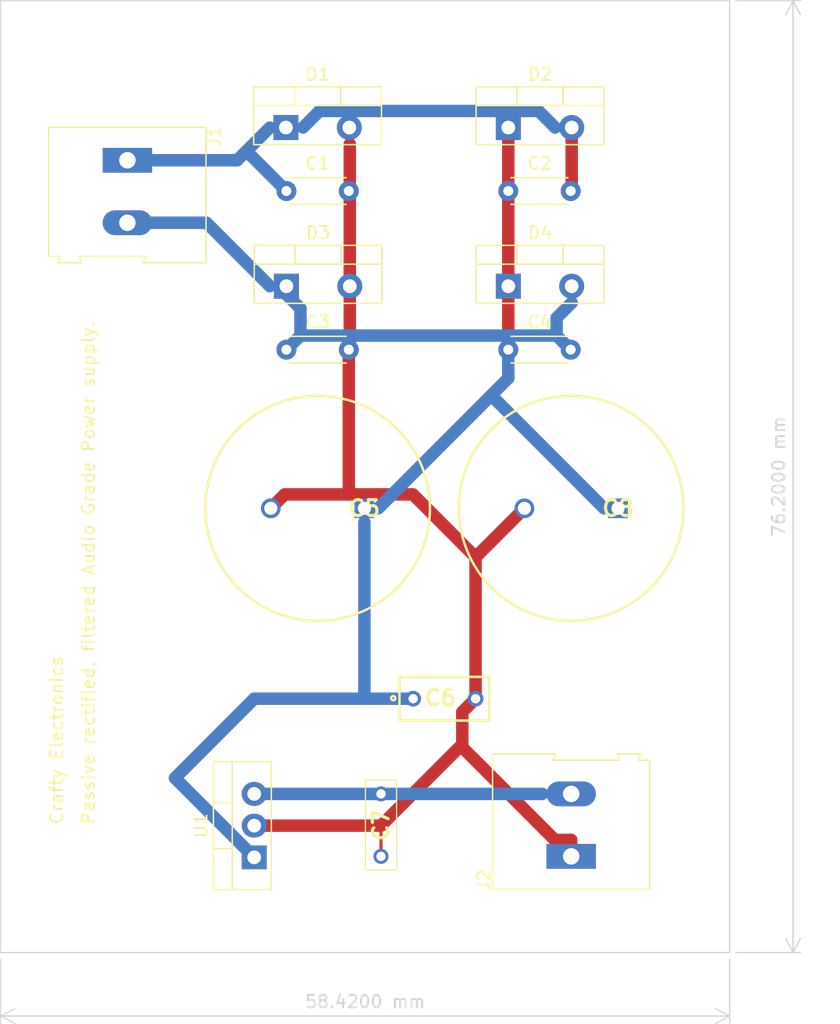
<source format=kicad_pcb>
(kicad_pcb (version 20221018) (generator pcbnew)
  (layers (0 "F.Cu" signal) (31 "B.Cu" signal) (34 "B.Paste" user) (35 "F.Paste" user) (36 "B.SilkS" user "B.Silkscreen") (37 "F.SilkS" user "F.Silkscreen") (38 "B.Mask" user) (39 "F.Mask" user) (44 "Edge.Cuts" user))
  (net 0 "")
  (net 1 "Net-(D3-K)")
  (footprint "Package_TO_SOT_THT:TO-220-2_Vertical" (layer "F.Cu") (at 76.24 35.56)
    (fp_text reference "D2" (at 2.54 -4.27) (layer "F.SilkS"))
    (fp_text value "BYV79-100")
    (fp_line (start -2.58 -3.27) (end -2.58 1.371) (stroke (width 0.12)) (layer "F.SilkS"))
    (fp_line (start -2.58 -3.27) (end 7.66 -3.27) (stroke (width 0.12)) (layer "F.SilkS"))
    (fp_line (start -2.58 -1.76) (end 7.66 -1.76) (stroke (width 0.12)) (layer "F.SilkS"))
    (fp_line (start -2.58 1.371) (end 7.66 1.371) (stroke (width 0.12)) (layer "F.SilkS"))
    (fp_line (start 0.69 -3.27) (end 0.69 -1.76) (stroke (width 0.12)) (layer "F.SilkS"))
    (fp_line (start 4.391 -3.27) (end 4.391 -1.76) (stroke (width 0.12)) (layer "F.SilkS"))
    (fp_line (start 7.66 -3.27) (end 7.66 1.371) (stroke (width 0.12)) (layer "F.SilkS"))
    (pad "1" thru_hole rect (at 0 0) (size 2 2) (drill 1.1) (layers "*.Cu" "*.Mask") (net 1 "Net-(D3-K)"))
    (pad "2" thru_hole oval (at 5.08 0) (size 2 2) (drill 1.1) (layers "*.Cu" "*.Mask") (net 1 "Net-(D3-K)"))
  )
  (footprint "Capacitor_THT:C_Disc_D4.3mm_W1.9mm_P5.00mm" (layer "F.Cu") (at 76.24 40.64)
    (fp_text reference "C2" (at 2.5 -2.2) (layer "F.SilkS"))
    (fp_text value "C")
    (fp_line (start 0.23 -1.07) (end 0.23 -1.055) (stroke (width 0.12)) (layer "F.SilkS"))
    (fp_line (start 0.23 -1.07) (end 4.77 -1.07) (stroke (width 0.12)) (layer "F.SilkS"))
    (fp_line (start 0.23 1.055) (end 0.23 1.07) (stroke (width 0.12)) (layer "F.SilkS"))
    (fp_line (start 0.23 1.07) (end 4.77 1.07) (stroke (width 0.12)) (layer "F.SilkS"))
    (fp_line (start 4.77 -1.07) (end 4.77 -1.055) (stroke (width 0.12)) (layer "F.SilkS"))
    (fp_line (start 4.77 1.055) (end 4.77 1.07) (stroke (width 0.12)) (layer "F.SilkS"))
    (pad "1" thru_hole circle (at 0 0) (size 1.6 1.6) (drill 0.8) (layers "*.Cu" "*.Mask") (net 1 "Net-(D3-K)"))
    (pad "2" thru_hole circle (at 5 0) (size 1.6 1.6) (drill 0.8) (layers "*.Cu" "*.Mask") (net 1 "Net-(D3-K)"))
  )
  (footprint "SamacSys_Parts:R82DC3220DQ60J" (layer "F.Cu") (at 66.04 88.9 -90)
    (fp_text reference "C7" (at 2.5 0 90) (layer "F.SilkS") (effects (font (size 1.27 1.27) (thickness 0.254))))
    (fp_text value "C" hide)
    (fp_line (start -1.1 -1.25) (end 6.1 -1.25) (stroke (width 0.1)) (layer "F.SilkS"))
    (fp_line (start -1.1 1.25) (end -1.1 -1.25) (stroke (width 0.1)) (layer "F.SilkS"))
    (fp_line (start 6.1 -1.25) (end 6.1 1.25) (stroke (width 0.1)) (layer "F.SilkS"))
    (fp_line (start 6.1 1.25) (end -1.1 1.25) (stroke (width 0.1)) (layer "F.SilkS"))
    (pad "1" thru_hole circle (at 0 0 270) (size 1.2 1.2) (drill 0.75) (layers "*.Cu" "*.Mask") (net 1 "Net-(D3-K)"))
    (pad "2" thru_hole circle (at 5 0 270) (size 1.2 1.2) (drill 0.75) (layers "*.Cu" "*.Mask") (net 1 "Net-(D3-K)"))
  )
  (footprint "Package_TO_SOT_THT:TO-220-2_Vertical" (layer "F.Cu") (at 76.24 48.26)
    (fp_text reference "D4" (at 2.54 -4.27) (layer "F.SilkS"))
    (fp_text value "BYV79-100")
    (fp_line (start -2.58 -3.27) (end -2.58 1.371) (stroke (width 0.12)) (layer "F.SilkS"))
    (fp_line (start -2.58 -3.27) (end 7.66 -3.27) (stroke (width 0.12)) (layer "F.SilkS"))
    (fp_line (start -2.58 -1.76) (end 7.66 -1.76) (stroke (width 0.12)) (layer "F.SilkS"))
    (fp_line (start -2.58 1.371) (end 7.66 1.371) (stroke (width 0.12)) (layer "F.SilkS"))
    (fp_line (start 0.69 -3.27) (end 0.69 -1.76) (stroke (width 0.12)) (layer "F.SilkS"))
    (fp_line (start 4.391 -3.27) (end 4.391 -1.76) (stroke (width 0.12)) (layer "F.SilkS"))
    (fp_line (start 7.66 -3.27) (end 7.66 1.371) (stroke (width 0.12)) (layer "F.SilkS"))
    (pad "1" thru_hole rect (at 0 0) (size 2 2) (drill 1.1) (layers "*.Cu" "*.Mask") (net 1 "Net-(D3-K)"))
    (pad "2" thru_hole oval (at 5.08 0) (size 2 2) (drill 1.1) (layers "*.Cu" "*.Mask") (net 1 "Net-(D3-K)"))
  )
  (footprint "TerminalBlock:TerminalBlock_Altech_AK300-2_P5.00mm" (layer "F.Cu") (at 45.72 38.18 -90)
    (fp_text reference "J1" (at -1.92 -6.99 90) (layer "F.SilkS"))
    (fp_text value "Screw_Terminal_01x02")
    (fp_line (start -2.65 -6.3) (end -2.65 6.3) (stroke (width 0.12)) (layer "F.SilkS"))
    (fp_line (start -2.65 6.3) (end 7.7 6.3) (stroke (width 0.12)) (layer "F.SilkS"))
    (fp_line (start 7.7 -1.5) (end 8.2 -1.2) (stroke (width 0.12)) (layer "F.SilkS"))
    (fp_line (start 7.7 3.9) (end 7.7 -1.5) (stroke (width 0.12)) (layer "F.SilkS"))
    (fp_line (start 7.7 5.35) (end 8.2 5.6) (stroke (width 0.12)) (layer "F.SilkS"))
    (fp_line (start 7.7 6.3) (end 7.7 5.35) (stroke (width 0.12)) (layer "F.SilkS"))
    (fp_line (start 8.2 -6.3) (end -2.65 -6.3) (stroke (width 0.12)) (layer "F.SilkS"))
    (fp_line (start 8.2 -1.2) (end 8.2 -6.3) (stroke (width 0.12)) (layer "F.SilkS"))
    (fp_line (start 8.2 3.65) (end 7.7 3.9) (stroke (width 0.12)) (layer "F.SilkS"))
    (fp_line (start 8.2 3.7) (end 8.2 3.65) (stroke (width 0.12)) (layer "F.SilkS"))
    (fp_line (start 8.2 5.6) (end 8.2 3.7) (stroke (width 0.12)) (layer "F.SilkS"))
    (pad "1" thru_hole rect (at 0 0 270) (size 1.98 3.96) (drill 1.32) (layers "*.Cu" "*.Mask") (net 1 "Net-(D3-K)"))
    (pad "2" thru_hole oval (at 5 0 270) (size 1.98 3.96) (drill 1.32) (layers "*.Cu" "*.Mask") (net 1 "Net-(D3-K)"))
  )
  (footprint "Package_TO_SOT_THT:TO-220-2_Vertical" (layer "F.Cu") (at 58.42 35.56)
    (fp_text reference "D1" (at 2.54 -4.27) (layer "F.SilkS"))
    (fp_text value "BYV79-100")
    (fp_line (start -2.58 -3.27) (end -2.58 1.371) (stroke (width 0.12)) (layer "F.SilkS"))
    (fp_line (start -2.58 -3.27) (end 7.66 -3.27) (stroke (width 0.12)) (layer "F.SilkS"))
    (fp_line (start -2.58 -1.76) (end 7.66 -1.76) (stroke (width 0.12)) (layer "F.SilkS"))
    (fp_line (start -2.58 1.371) (end 7.66 1.371) (stroke (width 0.12)) (layer "F.SilkS"))
    (fp_line (start 0.69 -3.27) (end 0.69 -1.76) (stroke (width 0.12)) (layer "F.SilkS"))
    (fp_line (start 4.391 -3.27) (end 4.391 -1.76) (stroke (width 0.12)) (layer "F.SilkS"))
    (fp_line (start 7.66 -3.27) (end 7.66 1.371) (stroke (width 0.12)) (layer "F.SilkS"))
    (pad "1" thru_hole rect (at 0 0) (size 2 2) (drill 1.1) (layers "*.Cu" "*.Mask") (net 1 "Net-(D3-K)"))
    (pad "2" thru_hole oval (at 5.08 0) (size 2 2) (drill 1.1) (layers "*.Cu" "*.Mask") (net 1 "Net-(D3-K)"))
  )
  (footprint "Package_TO_SOT_THT:TO-220-3_Vertical" (layer "F.Cu") (at 55.88 93.98 90)
    (fp_text reference "U1" (at 2.54 -4.27 90) (layer "F.SilkS"))
    (fp_text value "LM7812_TO220")
    (fp_line (start -2.58 -3.27) (end -2.58 1.371) (stroke (width 0.12)) (layer "F.SilkS"))
    (fp_line (start -2.58 -3.27) (end 7.66 -3.27) (stroke (width 0.12)) (layer "F.SilkS"))
    (fp_line (start -2.58 -1.76) (end 7.66 -1.76) (stroke (width 0.12)) (layer "F.SilkS"))
    (fp_line (start -2.58 1.371) (end 7.66 1.371) (stroke (width 0.12)) (layer "F.SilkS"))
    (fp_line (start 0.69 -3.27) (end 0.69 -1.76) (stroke (width 0.12)) (layer "F.SilkS"))
    (fp_line (start 4.391 -3.27) (end 4.391 -1.76) (stroke (width 0.12)) (layer "F.SilkS"))
    (fp_line (start 7.66 -3.27) (end 7.66 1.371) (stroke (width 0.12)) (layer "F.SilkS"))
    (pad "1" thru_hole rect (at 0 0 90) (size 1.905 2) (drill 1.1) (layers "*.Cu" "*.Mask") (net 1 "Net-(D3-K)"))
    (pad "2" thru_hole oval (at 2.54 0 90) (size 1.905 2) (drill 1.1) (layers "*.Cu" "*.Mask") (net 1 "Net-(D3-K)"))
    (pad "3" thru_hole oval (at 5.08 0 90) (size 1.905 2) (drill 1.1) (layers "*.Cu" "*.Mask") (net 1 "Net-(D3-K)"))
  )
  (footprint "Capacitor_THT:C_Disc_D4.3mm_W1.9mm_P5.00mm" (layer "F.Cu") (at 76.24 53.34)
    (fp_text reference "C4" (at 2.5 -2.2) (layer "F.SilkS"))
    (fp_text value "C")
    (fp_line (start 0.23 -1.07) (end 0.23 -1.055) (stroke (width 0.12)) (layer "F.SilkS"))
    (fp_line (start 0.23 -1.07) (end 4.77 -1.07) (stroke (width 0.12)) (layer "F.SilkS"))
    (fp_line (start 0.23 1.055) (end 0.23 1.07) (stroke (width 0.12)) (layer "F.SilkS"))
    (fp_line (start 0.23 1.07) (end 4.77 1.07) (stroke (width 0.12)) (layer "F.SilkS"))
    (fp_line (start 4.77 -1.07) (end 4.77 -1.055) (stroke (width 0.12)) (layer "F.SilkS"))
    (fp_line (start 4.77 1.055) (end 4.77 1.07) (stroke (width 0.12)) (layer "F.SilkS"))
    (pad "1" thru_hole circle (at 0 0) (size 1.6 1.6) (drill 0.8) (layers "*.Cu" "*.Mask") (net 1 "Net-(D3-K)"))
    (pad "2" thru_hole circle (at 5 0) (size 1.6 1.6) (drill 0.8) (layers "*.Cu" "*.Mask") (net 1 "Net-(D3-K)"))
  )
  (footprint "Package_TO_SOT_THT:TO-220-2_Vertical" (layer "F.Cu") (at 58.46 48.26)
    (fp_text reference "D3" (at 2.54 -4.27) (layer "F.SilkS"))
    (fp_text value "BYV79-100")
    (fp_line (start -2.58 -3.27) (end -2.58 1.371) (stroke (width 0.12)) (layer "F.SilkS"))
    (fp_line (start -2.58 -3.27) (end 7.66 -3.27) (stroke (width 0.12)) (layer "F.SilkS"))
    (fp_line (start -2.58 -1.76) (end 7.66 -1.76) (stroke (width 0.12)) (layer "F.SilkS"))
    (fp_line (start -2.58 1.371) (end 7.66 1.371) (stroke (width 0.12)) (layer "F.SilkS"))
    (fp_line (start 0.69 -3.27) (end 0.69 -1.76) (stroke (width 0.12)) (layer "F.SilkS"))
    (fp_line (start 4.391 -3.27) (end 4.391 -1.76) (stroke (width 0.12)) (layer "F.SilkS"))
    (fp_line (start 7.66 -3.27) (end 7.66 1.371) (stroke (width 0.12)) (layer "F.SilkS"))
    (pad "1" thru_hole rect (at 0 0) (size 2 2) (drill 1.1) (layers "*.Cu" "*.Mask") (net 1 "Net-(D3-K)"))
    (pad "2" thru_hole oval (at 5.08 0) (size 2 2) (drill 1.1) (layers "*.Cu" "*.Mask") (net 1 "Net-(D3-K)"))
  )
  (footprint "Library:CAPPRD750W85D1800H3750" (layer "F.Cu") (at 85.03 66.04 180)
    (fp_text reference "C8" (at 0 0) (layer "F.SilkS") (effects (font (size 1.27 1.27) (thickness 0.254))))
    (fp_text value "10000uF 25v" hide)
    (fp_circle (center 3.75 0) (end 3.75 9) (stroke (width 0.2)) (fill none) (layer "F.SilkS"))
    (pad "1" thru_hole rect (at 0 0 180) (size 1.575 1.575) (drill 1.05) (layers "*.Cu" "*.Mask") (net 1 "Net-(D3-K)"))
    (pad "2" thru_hole circle (at 7.5 0 180) (size 1.575 1.575) (drill 1.05) (layers "*.Cu" "*.Mask") (net 1 "Net-(D3-K)"))
  )
  (footprint "SamacSys_Parts:R82_7.2X3.5_" (layer "F.Cu") (at 71.12 81.28)
    (fp_text reference "C6" (at -0.323 -0.067) (layer "F.SilkS") (effects (font (size 1.27 1.27) (thickness 0.254))))
    (fp_text value "C" hide)
    (fp_line (start -3.6 -1.75) (end 3.6 -1.75) (stroke (width 0.2)) (layer "F.SilkS"))
    (fp_line (start -3.6 1.75) (end -3.6 -1.75) (stroke (width 0.2)) (layer "F.SilkS"))
    (fp_line (start 3.6 -1.75) (end 3.6 1.75) (stroke (width 0.2)) (layer "F.SilkS"))
    (fp_line (start 3.6 1.75) (end -3.6 1.75) (stroke (width 0.2)) (layer "F.SilkS"))
    (fp_circle (center -4.098 -0.042) (end -4.098 0.025) (stroke (width 0.2)) (fill none) (layer "F.SilkS"))
    (pad "1" thru_hole circle (at -2.5 0) (size 1.25 1.25) (drill 0.75) (layers "*.Cu" "*.Mask") (net 1 "Net-(D3-K)"))
    (pad "2" thru_hole circle (at 2.5 0) (size 1.25 1.25) (drill 0.75) (layers "*.Cu" "*.Mask") (net 1 "Net-(D3-K)"))
  )
  (footprint "Capacitor_THT:C_Disc_D4.3mm_W1.9mm_P5.00mm" (layer "F.Cu") (at 58.46 53.34)
    (fp_text reference "C3" (at 2.5 -2.2) (layer "F.SilkS"))
    (fp_text value "C")
    (fp_line (start 0.23 -1.07) (end 0.23 -1.055) (stroke (width 0.12)) (layer "F.SilkS"))
    (fp_line (start 0.23 -1.07) (end 4.77 -1.07) (stroke (width 0.12)) (layer "F.SilkS"))
    (fp_line (start 0.23 1.055) (end 0.23 1.07) (stroke (width 0.12)) (layer "F.SilkS"))
    (fp_line (start 0.23 1.07) (end 4.77 1.07) (stroke (width 0.12)) (layer "F.SilkS"))
    (fp_line (start 4.77 -1.07) (end 4.77 -1.055) (stroke (width 0.12)) (layer "F.SilkS"))
    (fp_line (start 4.77 1.055) (end 4.77 1.07) (stroke (width 0.12)) (layer "F.SilkS"))
    (pad "1" thru_hole circle (at 0 0) (size 1.6 1.6) (drill 0.8) (layers "*.Cu" "*.Mask") (net 1 "Net-(D3-K)"))
    (pad "2" thru_hole circle (at 5 0) (size 1.6 1.6) (drill 0.8) (layers "*.Cu" "*.Mask") (net 1 "Net-(D3-K)"))
  )
  (footprint "Library:CAPPRD750W85D1800H3750" (layer "F.Cu") (at 64.71 66.04 180)
    (fp_text reference "C5" (at 0 0) (layer "F.SilkS") (effects (font (size 1.27 1.27) (thickness 0.254))))
    (fp_text value "10000uF 25v" hide)
    (fp_circle (center 3.75 0) (end 3.75 9) (stroke (width 0.2)) (fill none) (layer "F.SilkS"))
    (pad "1" thru_hole rect (at 0 0 180) (size 1.575 1.575) (drill 1.05) (layers "*.Cu" "*.Mask") (net 1 "Net-(D3-K)"))
    (pad "2" thru_hole circle (at 7.5 0 180) (size 1.575 1.575) (drill 1.05) (layers "*.Cu" "*.Mask") (net 1 "Net-(D3-K)"))
  )
  (footprint "Capacitor_THT:C_Disc_D4.3mm_W1.9mm_P5.00mm" (layer "F.Cu") (at 58.46 40.64)
    (fp_text reference "C1" (at 2.5 -2.2) (layer "F.SilkS"))
    (fp_text value "C")
    (fp_line (start 0.23 -1.07) (end 0.23 -1.055) (stroke (width 0.12)) (layer "F.SilkS"))
    (fp_line (start 0.23 -1.07) (end 4.77 -1.07) (stroke (width 0.12)) (layer "F.SilkS"))
    (fp_line (start 0.23 1.055) (end 0.23 1.07) (stroke (width 0.12)) (layer "F.SilkS"))
    (fp_line (start 0.23 1.07) (end 4.77 1.07) (stroke (width 0.12)) (layer "F.SilkS"))
    (fp_line (start 4.77 -1.07) (end 4.77 -1.055) (stroke (width 0.12)) (layer "F.SilkS"))
    (fp_line (start 4.77 1.055) (end 4.77 1.07) (stroke (width 0.12)) (layer "F.SilkS"))
    (pad "1" thru_hole circle (at 0 0) (size 1.6 1.6) (drill 0.8) (layers "*.Cu" "*.Mask") (net 1 "Net-(D3-K)"))
    (pad "2" thru_hole circle (at 5 0) (size 1.6 1.6) (drill 0.8) (layers "*.Cu" "*.Mask") (net 1 "Net-(D3-K)"))
  )
  (footprint "TerminalBlock:TerminalBlock_Altech_AK300-2_P5.00mm" (layer "F.Cu") (at 81.28 93.9 90)
    (fp_text reference "J2" (at -1.92 -6.99 90) (layer "F.SilkS"))
    (fp_text value "Screw_Terminal_01x02")
    (fp_line (start -2.65 -6.3) (end -2.65 6.3) (stroke (width 0.12)) (layer "F.SilkS"))
    (fp_line (start -2.65 6.3) (end 7.7 6.3) (stroke (width 0.12)) (layer "F.SilkS"))
    (fp_line (start 7.7 -1.5) (end 8.2 -1.2) (stroke (width 0.12)) (layer "F.SilkS"))
    (fp_line (start 7.7 3.9) (end 7.7 -1.5) (stroke (width 0.12)) (layer "F.SilkS"))
    (fp_line (start 7.7 5.35) (end 8.2 5.6) (stroke (width 0.12)) (layer "F.SilkS"))
    (fp_line (start 7.7 6.3) (end 7.7 5.35) (stroke (width 0.12)) (layer "F.SilkS"))
    (fp_line (start 8.2 -6.3) (end -2.65 -6.3) (stroke (width 0.12)) (layer "F.SilkS"))
    (fp_line (start 8.2 -1.2) (end 8.2 -6.3) (stroke (width 0.12)) (layer "F.SilkS"))
    (fp_line (start 8.2 3.65) (end 7.7 3.9) (stroke (width 0.12)) (layer "F.SilkS"))
    (fp_line (start 8.2 3.7) (end 8.2 3.65) (stroke (width 0.12)) (layer "F.SilkS"))
    (fp_line (start 8.2 5.6) (end 8.2 3.7) (stroke (width 0.12)) (layer "F.SilkS"))
    (pad "1" thru_hole rect (at 0 0 90) (size 1.98 3.96) (drill 1.32) (layers "*.Cu" "*.Mask") (net 1 "Net-(D3-K)"))
    (pad "2" thru_hole oval (at 5 0 90) (size 1.98 3.96) (drill 1.32) (layers "*.Cu" "*.Mask") (net 1 "Net-(D3-K)"))
  )
  (gr_rect (start 35.56 25.4) (end 93.98 101.6) (stroke (width 0.1)) (fill none) (layer "Edge.Cuts"))
  (gr_text "Passive rectified, filtered Audio Grade Power supply.\n" (at 43.18 91.44 90) (layer "F.SilkS") (effects (font (size 1 1)) (justify left bottom)))
  (gr_text "Crafty Electronics" (at 40.64 91.44 90) (layer "F.SilkS") (effects (font (size 1 1)) (justify left bottom)))
  (dimension (type aligned) (layer "Edge.Cuts") (pts (xy 93.98 25.4) (xy 93.98 101.6)) (height -5.08) (gr_text "76,2000 mm" (at 97.91 63.5 90) (layer "Edge.Cuts") (effects (font (size 1 1) (thickness 0.15)))) (format (prefix "") (suffix "") (units 3) (units_format 1) (precision 4)) (style (thickness 0.1) (arrow_length 1.27) (text_position_mode 0) (extension_height 0.58642) (extension_offset 0.5) keep_text_aligned))
  (dimension (type aligned) (layer "Edge.Cuts") (pts (xy 35.56 101.6) (xy 93.98 101.6)) (height 5.079999) (gr_text "58,4200 mm" (at 64.77 105.529999) (layer "Edge.Cuts") (effects (font (size 1 1) (thickness 0.15)))) (format (prefix "") (suffix "") (units 3) (units_format 1) (precision 4)) (style (thickness 0.1) (arrow_length 1.27) (text_position_mode 0) (extension_height 0.58642) (extension_offset 0.5) keep_text_aligned))
  (segment (start 68.5956 64.9256) (end 63.46 64.9256) (width 1) (layer "F.Cu") (net 1))
  (segment (start 76.24 40.64) (end 76.24 48.26) (width 1) (layer "F.Cu") (net 1))
  (segment (start 73.62 81.28) (end 73.62 69.95) (width 1) (layer "F.Cu") (net 1))
  (segment (start 66.04 93.9) (end 66.04 91.44) (width 0.25) (layer "F.Cu") (net 1))
  (segment (start 79.9631 92.5831) (end 72.5542 85.1742) (width 1) (layer "F.Cu") (net 1))
  (segment (start 63.54 40.64) (end 63.54 48.26) (width 1) (layer "F.Cu") (net 1))
  (segment (start 63.54 35.56) (end 63.54 36.8869) (width 0.25) (layer "F.Cu") (net 1))
  (segment (start 63.46 64.9256) (end 58.3244 64.9256) (width 1) (layer "F.Cu") (net 1))
  (segment (start 72.5542 85.1742) (end 72.5542 82.3458) (width 1) (layer "F.Cu") (net 1))
  (segment (start 72.3058 85.1742) (end 66.04 91.44) (width 1) (layer "F.Cu") (net 1))
  (segment (start 63.46 64.9256) (end 63.46 53.34) (width 1) (layer "F.Cu") (net 1))
  (segment (start 63.46 40.64) (end 63.54 40.64) (width 0.25) (layer "F.Cu") (net 1))
  (segment (start 81.32 40.56) (end 81.24 40.64) (width 0.25) (layer "F.Cu") (net 1))
  (segment (start 63.54 36.8869) (end 63.54 40.64) (width 1) (layer "F.Cu") (net 1))
  (segment (start 73.62 69.95) (end 68.5956 64.9256) (width 1) (layer "F.Cu") (net 1))
  (segment (start 63.54 48.26) (end 63.54 53.26) (width 1) (layer "F.Cu") (net 1))
  (segment (start 72.5542 85.1742) (end 72.3058 85.1742) (width 0.25) (layer "F.Cu") (net 1))
  (segment (start 81.28 93.9) (end 81.28 92.5831) (width 1) (layer "F.Cu") (net 1))
  (segment (start 63.54 53.26) (end 63.46 53.34) (width 0.25) (layer "F.Cu") (net 1))
  (segment (start 81.32 35.56) (end 81.32 40.56) (width 1) (layer "F.Cu") (net 1))
  (segment (start 58.3244 64.9256) (end 57.21 66.04) (width 1) (layer "F.Cu") (net 1))
  (segment (start 76.24 35.56) (end 76.24 40.64) (width 1) (layer "F.Cu") (net 1))
  (segment (start 66.04 91.44) (end 55.88 91.44) (width 1) (layer "F.Cu") (net 1))
  (segment (start 76.24 53.34) (end 76.24 48.26) (width 1) (layer "F.Cu") (net 1))
  (segment (start 72.5542 82.3458) (end 73.62 81.28) (width 1) (layer "F.Cu") (net 1))
  (segment (start 81.28 92.5831) (end 79.9631 92.5831) (width 1) (layer "F.Cu") (net 1))
  (segment (start 73.62 69.95) (end 77.53 66.04) (width 1) (layer "F.Cu") (net 1))
  (segment (start 76.24 55.6244) (end 76.24 53.34) (width 1) (layer "B.Cu") (net 1))
  (segment (start 58.46 53.34) (end 59.5872 52.2128) (width 1) (layer "B.Cu") (net 1))
  (segment (start 64.71 66.04) (end 65.8244 66.04) (width 0.25) (layer "B.Cu") (net 1))
  (segment (start 59.7869 35.56) (end 61.1138 34.2331) (width 1) (layer "B.Cu") (net 1))
  (segment (start 80.1128 52.2128) (end 81.24 53.34) (width 1) (layer "B.Cu") (net 1))
  (segment (start 64.71 81.28) (end 64.71 67.1544) (width 1) (layer "B.Cu") (net 1))
  (segment (start 57.7966 48.26) (end 57.1331 48.26) (width 0.25) (layer "B.Cu") (net 1))
  (segment (start 81.32 35.56) (end 79.9931 35.56) (width 0.25) (layer "B.Cu") (net 1))
  (segment (start 74.87 56.9944) (end 76.24 55.6244) (width 1) (layer "B.Cu") (net 1))
  (segment (start 81.28 88.9) (end 78.9731 88.9) (width 0.25) (layer "B.Cu") (net 1))
  (segment (start 78.6662 34.2331) (end 79.9931 35.56) (width 1) (layer "B.Cu") (net 1))
  (segment (start 80.1128 50.7941) (end 81.32 49.5869) (width 1) (layer "B.Cu") (net 1))
  (segment (start 55.2566 37.4365) (end 58.46 40.64) (width 1) (layer "B.Cu") (net 1))
  (segment (start 58.46 35.56) (end 59.7869 35.56) (width 0.25) (layer "B.Cu") (net 1))
  (segment (start 49.53 87.63) (end 55.88 81.28) (width 1) (layer "B.Cu") (net 1))
  (segment (start 61.1138 34.2331) (end 78.6662 34.2331) (width 1) (layer "B.Cu") (net 1))
  (segment (start 80.1128 52.2128) (end 80.1128 50.7941) (width 1) (layer "B.Cu") (net 1))
  (segment (start 64.71 81.28) (end 68.62 81.28) (width 1) (layer "B.Cu") (net 1))
  (segment (start 81.32 48.26) (end 81.32 49.5869) (width 0.25) (layer "B.Cu") (net 1))
  (segment (start 55.2566 37.4365) (end 57.1331 35.56) (width 1) (layer "B.Cu") (net 1))
  (segment (start 66.04 88.9) (end 55.88 88.9) (width 1) (layer "B.Cu") (net 1))
  (segment (start 65.8244 66.04) (end 74.87 56.9944) (width 1) (layer "B.Cu") (net 1))
  (segment (start 83.9156 66.04) (end 74.87 56.9944) (width 1) (layer "B.Cu") (net 1))
  (segment (start 58.46 35.56) (end 57.1331 35.56) (width 0.25) (layer "B.Cu") (net 1))
  (segment (start 52.0531 43.18) (end 57.1331 48.26) (width 1) (layer "B.Cu") (net 1))
  (segment (start 45.72 43.18) (end 52.0531 43.18) (width 1) (layer "B.Cu") (net 1))
  (segment (start 45.72 38.18) (end 54.5131 38.18) (width 1) (layer "B.Cu") (net 1))
  (segment (start 57.7966 48.26) (end 59.5872 50.0506) (width 1) (layer "B.Cu") (net 1))
  (segment (start 58.46 48.26) (end 57.7966 48.26) (width 0.25) (layer "B.Cu") (net 1))
  (segment (start 54.5131 38.18) (end 55.2566 37.4365) (width 1) (layer "B.Cu") (net 1))
  (segment (start 59.5872 50.0506) (end 59.5872 52.2128) (width 1) (layer "B.Cu") (net 1))
  (segment (start 55.88 81.28) (end 64.71 81.28) (width 1) (layer "B.Cu") (net 1))
  (segment (start 85.03 66.04) (end 83.9156 66.04) (width 0.25) (layer "B.Cu") (net 1))
  (segment (start 55.88 93.98) (end 49.53 87.63) (width 1) (layer "B.Cu") (net 1))
  (segment (start 78.9731 88.9) (end 66.04 88.9) (width 1) (layer "B.Cu") (net 1))
  (segment (start 64.71 66.5972) (end 64.71 66.04) (width 0.25) (layer "B.Cu") (net 1))
  (segment (start 59.5872 52.2128) (end 80.1128 52.2128) (width 1) (layer "B.Cu") (net 1))
  (segment (start 64.71 66.5972) (end 64.71 67.1544) (width 0.25) (layer "B.Cu") (net 1))
)
</source>
